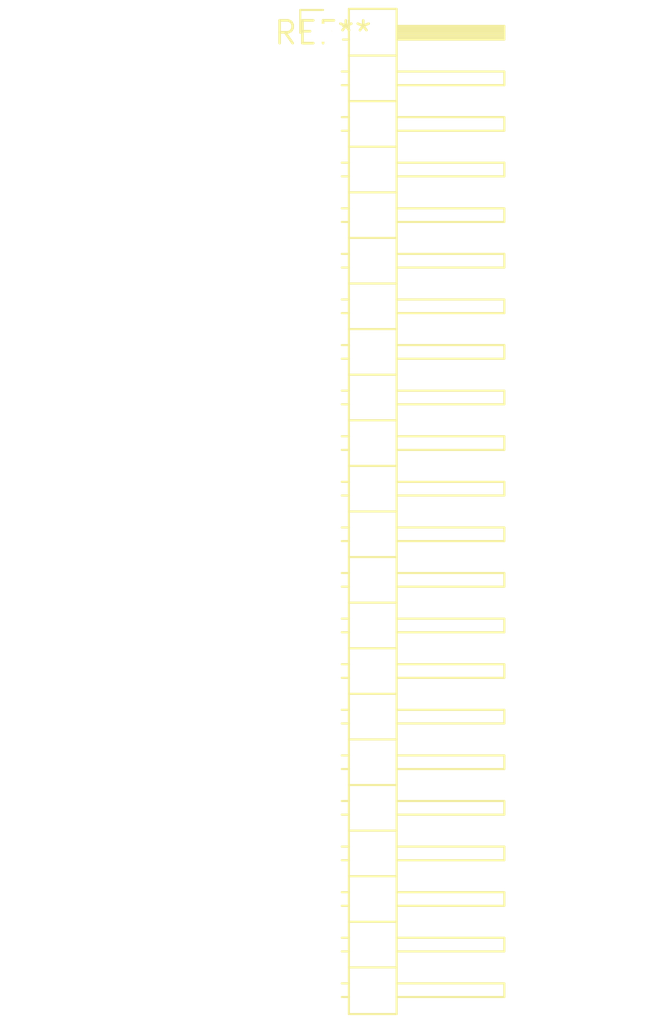
<source format=kicad_pcb>
(kicad_pcb (version 20240108) (generator pcbnew)
  (layers (0 "F.Cu" signal) (31 "B.Cu" signal) (34 "B.Paste" user) (35 "F.Paste" user) (36 "B.SilkS" user "B.Silkscreen") (37 "F.SilkS" user "F.Silkscreen") (38 "B.Mask" user) (39 "F.Mask" user) (44 "Edge.Cuts" user))
  (net 0 "")
  (footprint "PinHeader_1x22_P2.54mm_Horizontal" (layer "F.Cu") (at 0 0)
    (property "Reference" "REF**")
    (property "Value" "PinHeader_1x22_P2.54mm_Horizontal")
    (fp_line (start -1.27 -1.27) (end 0 -1.27) (layer "F.SilkS") (stroke (width 0.12)))
    (fp_line (start -1.27 0) (end -1.27 -1.27) (layer "F.SilkS") (stroke (width 0.12)))
    (fp_line (start 1.042929 2.16) (end 1.44 2.16) (layer "F.SilkS") (stroke (width 0.12)))
    (fp_line (start 1.042929 2.92) (end 1.44 2.92) (layer "F.SilkS") (stroke (width 0.12)))
    (fp_line (start 1.042929 4.7) (end 1.44 4.7) (layer "F.SilkS") (stroke (width 0.12)))
    (fp_line (start 1.042929 5.46) (end 1.44 5.46) (layer "F.SilkS") (stroke (width 0.12)))
    (fp_line (start 1.042929 7.24) (end 1.44 7.24) (layer "F.SilkS") (stroke (width 0.12)))
    (fp_line (start 1.042929 8) (end 1.44 8) (layer "F.SilkS") (stroke (width 0.12)))
    (fp_line (start 1.042929 9.78) (end 1.44 9.78) (layer "F.SilkS") (stroke (width 0.12)))
    (fp_line (start 1.042929 10.54) (end 1.44 10.54) (layer "F.SilkS") (stroke (width 0.12)))
    (fp_line (start 1.042929 12.32) (end 1.44 12.32) (layer "F.SilkS") (stroke (width 0.12)))
    (fp_line (start 1.042929 13.08) (end 1.44 13.08) (layer "F.SilkS") (stroke (width 0.12)))
    (fp_line (start 1.042929 14.86) (end 1.44 14.86) (layer "F.SilkS") (stroke (width 0.12)))
    (fp_line (start 1.042929 15.62) (end 1.44 15.62) (layer "F.SilkS") (stroke (width 0.12)))
    (fp_line (start 1.042929 17.4) (end 1.44 17.4) (layer "F.SilkS") (stroke (width 0.12)))
    (fp_line (start 1.042929 18.16) (end 1.44 18.16) (layer "F.SilkS") (stroke (width 0.12)))
    (fp_line (start 1.042929 19.94) (end 1.44 19.94) (layer "F.SilkS") (stroke (width 0.12)))
    (fp_line (start 1.042929 20.7) (end 1.44 20.7) (layer "F.SilkS") (stroke (width 0.12)))
    (fp_line (start 1.042929 22.48) (end 1.44 22.48) (layer "F.SilkS") (stroke (width 0.12)))
    (fp_line (start 1.042929 23.24) (end 1.44 23.24) (layer "F.SilkS") (stroke (width 0.12)))
    (fp_line (start 1.042929 25.02) (end 1.44 25.02) (layer "F.SilkS") (stroke (width 0.12)))
    (fp_line (start 1.042929 25.78) (end 1.44 25.78) (layer "F.SilkS") (stroke (width 0.12)))
    (fp_line (start 1.042929 27.56) (end 1.44 27.56) (layer "F.SilkS") (stroke (width 0.12)))
    (fp_line (start 1.042929 28.32) (end 1.44 28.32) (layer "F.SilkS") (stroke (width 0.12)))
    (fp_line (start 1.042929 30.1) (end 1.44 30.1) (layer "F.SilkS") (stroke (width 0.12)))
    (fp_line (start 1.042929 30.86) (end 1.44 30.86) (layer "F.SilkS") (stroke (width 0.12)))
    (fp_line (start 1.042929 32.64) (end 1.44 32.64) (layer "F.SilkS") (stroke (width 0.12)))
    (fp_line (start 1.042929 33.4) (end 1.44 33.4) (layer "F.SilkS") (stroke (width 0.12)))
    (fp_line (start 1.042929 35.18) (end 1.44 35.18) (layer "F.SilkS") (stroke (width 0.12)))
    (fp_line (start 1.042929 35.94) (end 1.44 35.94) (layer "F.SilkS") (stroke (width 0.12)))
    (fp_line (start 1.042929 37.72) (end 1.44 37.72) (layer "F.SilkS") (stroke (width 0.12)))
    (fp_line (start 1.042929 38.48) (end 1.44 38.48) (layer "F.SilkS") (stroke (width 0.12)))
    (fp_line (start 1.042929 40.26) (end 1.44 40.26) (layer "F.SilkS") (stroke (width 0.12)))
    (fp_line (start 1.042929 41.02) (end 1.44 41.02) (layer "F.SilkS") (stroke (width 0.12)))
    (fp_line (start 1.042929 42.8) (end 1.44 42.8) (layer "F.SilkS") (stroke (width 0.12)))
    (fp_line (start 1.042929 43.56) (end 1.44 43.56) (layer "F.SilkS") (stroke (width 0.12)))
    (fp_line (start 1.042929 45.34) (end 1.44 45.34) (layer "F.SilkS") (stroke (width 0.12)))
    (fp_line (start 1.042929 46.1) (end 1.44 46.1) (layer "F.SilkS") (stroke (width 0.12)))
    (fp_line (start 1.042929 47.88) (end 1.44 47.88) (layer "F.SilkS") (stroke (width 0.12)))
    (fp_line (start 1.042929 48.64) (end 1.44 48.64) (layer "F.SilkS") (stroke (width 0.12)))
    (fp_line (start 1.042929 50.42) (end 1.44 50.42) (layer "F.SilkS") (stroke (width 0.12)))
    (fp_line (start 1.042929 51.18) (end 1.44 51.18) (layer "F.SilkS") (stroke (width 0.12)))
    (fp_line (start 1.042929 52.96) (end 1.44 52.96) (layer "F.SilkS") (stroke (width 0.12)))
    (fp_line (start 1.042929 53.72) (end 1.44 53.72) (layer "F.SilkS") (stroke (width 0.12)))
    (fp_line (start 1.11 -0.38) (end 1.44 -0.38) (layer "F.SilkS") (stroke (width 0.12)))
    (fp_line (start 1.11 0.38) (end 1.44 0.38) (layer "F.SilkS") (stroke (width 0.12)))
    (fp_line (start 1.44 -1.33) (end 1.44 54.67) (layer "F.SilkS") (stroke (width 0.12)))
    (fp_line (start 1.44 1.27) (end 4.1 1.27) (layer "F.SilkS") (stroke (width 0.12)))
    (fp_line (start 1.44 3.81) (end 4.1 3.81) (layer "F.SilkS") (stroke (width 0.12)))
    (fp_line (start 1.44 6.35) (end 4.1 6.35) (layer "F.SilkS") (stroke (width 0.12)))
    (fp_line (start 1.44 8.89) (end 4.1 8.89) (layer "F.SilkS") (stroke (width 0.12)))
    (fp_line (start 1.44 11.43) (end 4.1 11.43) (layer "F.SilkS") (stroke (width 0.12)))
    (fp_line (start 1.44 13.97) (end 4.1 13.97) (layer "F.SilkS") (stroke (width 0.12)))
    (fp_line (start 1.44 16.51) (end 4.1 16.51) (layer "F.SilkS") (stroke (width 0.12)))
    (fp_line (start 1.44 19.05) (end 4.1 19.05) (layer "F.SilkS") (stroke (width 0.12)))
    (fp_line (start 1.44 21.59) (end 4.1 21.59) (layer "F.SilkS") (stroke (width 0.12)))
    (fp_line (start 1.44 24.13) (end 4.1 24.13) (layer "F.SilkS") (stroke (width 0.12)))
    (fp_line (start 1.44 26.67) (end 4.1 26.67) (layer "F.SilkS") (stroke (width 0.12)))
    (fp_line (start 1.44 29.21) (end 4.1 29.21) (layer "F.SilkS") (stroke (width 0.12)))
    (fp_line (start 1.44 31.75) (end 4.1 31.75) (layer "F.SilkS") (stroke (width 0.12)))
    (fp_line (start 1.44 34.29) (end 4.1 34.29) (layer "F.SilkS") (stroke (width 0.12)))
    (fp_line (start 1.44 36.83) (end 4.1 36.83) (layer "F.SilkS") (stroke (width 0.12)))
    (fp_line (start 1.44 39.37) (end 4.1 39.37) (layer "F.SilkS") (stroke (width 0.12)))
    (fp_line (start 1.44 41.91) (end 4.1 41.91) (layer "F.SilkS") (stroke (width 0.12)))
    (fp_line (start 1.44 44.45) (end 4.1 44.45) (layer "F.SilkS") (stroke (width 0.12)))
    (fp_line (start 1.44 46.99) (end 4.1 46.99) (layer "F.SilkS") (stroke (width 0.12)))
    (fp_line (start 1.44 49.53) (end 4.1 49.53) (layer "F.SilkS") (stroke (width 0.12)))
    (fp_line (start 1.44 52.07) (end 4.1 52.07) (layer "F.SilkS") (stroke (width 0.12)))
    (fp_line (start 1.44 54.67) (end 4.1 54.67) (layer "F.SilkS") (stroke (width 0.12)))
    (fp_line (start 4.1 -1.33) (end 1.44 -1.33) (layer "F.SilkS") (stroke (width 0.12)))
    (fp_line (start 4.1 -0.38) (end 10.1 -0.38) (layer "F.SilkS") (stroke (width 0.12)))
    (fp_line (start 4.1 -0.32) (end 10.1 -0.32) (layer "F.SilkS") (stroke (width 0.12)))
    (fp_line (start 4.1 -0.2) (end 10.1 -0.2) (layer "F.SilkS") (stroke (width 0.12)))
    (fp_line (start 4.1 -0.08) (end 10.1 -0.08) (layer "F.SilkS") (stroke (width 0.12)))
    (fp_line (start 4.1 0.04) (end 10.1 0.04) (layer "F.SilkS") (stroke (width 0.12)))
    (fp_line (start 4.1 0.16) (end 10.1 0.16) (layer "F.SilkS") (stroke (width 0.12)))
    (fp_line (start 4.1 0.28) (end 10.1 0.28) (layer "F.SilkS") (stroke (width 0.12)))
    (fp_line (start 4.1 2.16) (end 10.1 2.16) (layer "F.SilkS") (stroke (width 0.12)))
    (fp_line (start 4.1 4.7) (end 10.1 4.7) (layer "F.SilkS") (stroke (width 0.12)))
    (fp_line (start 4.1 7.24) (end 10.1 7.24) (layer "F.SilkS") (stroke (width 0.12)))
    (fp_line (start 4.1 9.78) (end 10.1 9.78) (layer "F.SilkS") (stroke (width 0.12)))
    (fp_line (start 4.1 12.32) (end 10.1 12.32) (layer "F.SilkS") (stroke (width 0.12)))
    (fp_line (start 4.1 14.86) (end 10.1 14.86) (layer "F.SilkS") (stroke (width 0.12)))
    (fp_line (start 4.1 17.4) (end 10.1 17.4) (layer "F.SilkS") (stroke (width 0.12)))
    (fp_line (start 4.1 19.94) (end 10.1 19.94) (layer "F.SilkS") (stroke (width 0.12)))
    (fp_line (start 4.1 22.48) (end 10.1 22.48) (layer "F.SilkS") (stroke (width 0.12)))
    (fp_line (start 4.1 25.02) (end 10.1 25.02) (layer "F.SilkS") (stroke (width 0.12)))
    (fp_line (start 4.1 27.56) (end 10.1 27.56) (layer "F.SilkS") (stroke (width 0.12)))
    (fp_line (start 4.1 30.1) (end 10.1 30.1) (layer "F.SilkS") (stroke (width 0.12)))
    (fp_line (start 4.1 32.64) (end 10.1 32.64) (layer "F.SilkS") (stroke (width 0.12)))
    (fp_line (start 4.1 35.18) (end 10.1 35.18) (layer "F.SilkS") (stroke (width 0.12)))
    (fp_line (start 4.1 37.72) (end 10.1 37.72) (layer "F.SilkS") (stroke (width 0.12)))
    (fp_line (start 4.1 40.26) (end 10.1 40.26) (layer "F.SilkS") (stroke (width 0.12)))
    (fp_line (start 4.1 42.8) (end 10.1 42.8) (layer "F.SilkS") (stroke (width 0.12)))
    (fp_line (start 4.1 45.34) (end 10.1 45.34) (layer "F.SilkS") (stroke (width 0.12)))
    (fp_line (start 4.1 47.88) (end 10.1 47.88) (layer "F.SilkS") (stroke (width 0.12)))
    (fp_line (start 4.1 50.42) (end 10.1 50.42) (layer "F.SilkS") (stroke (width 0.12)))
    (fp_line (start 4.1 52.96) (end 10.1 52.96) (layer "F.SilkS") (stroke (width 0.12)))
    (fp_line (start 4.1 54.67) (end 4.1 -1.33) (layer "F.SilkS") (stroke (width 0.12)))
    (fp_line (start 10.1 -0.38) (end 10.1 0.38) (layer "F.SilkS") (stroke (width 0.12)))
    (fp_line (start 10.1 0.38) (end 4.1 0.38) (layer "F.SilkS") (stroke (width 0.12)))
    (fp_line (start 10.1 2.16) (end 10.1 2.92) (layer "F.SilkS") (stroke (width 0.12)))
    (fp_line (start 10.1 2.92) (end 4.1 2.92) (layer "F.SilkS") (stroke (width 0.12)))
    (fp_line (start 10.1 4.7) (end 10.1 5.46) (layer "F.SilkS") (stroke (width 0.12)))
    (fp_line (start 10.1 5.46) (end 4.1 5.46) (layer "F.SilkS") (stroke (width 0.12)))
    (fp_line (start 10.1 7.24) (end 10.1 8) (layer "F.SilkS") (stroke (width 0.12)))
    (fp_line (start 10.1 8) (end 4.1 8) (layer "F.SilkS") (stroke (width 0.12)))
    (fp_line (start 10.1 9.78) (end 10.1 10.54) (layer "F.SilkS") (stroke (width 0.12)))
    (fp_line (start 10.1 10.54) (end 4.1 10.54) (layer "F.SilkS") (stroke (width 0.12)))
    (fp_line (start 10.1 12.32) (end 10.1 13.08) (layer "F.SilkS") (stroke (width 0.12)))
    (fp_line (start 10.1 13.08) (end 4.1 13.08) (layer "F.SilkS") (stroke (width 0.12)))
    (fp_line (start 10.1 14.86) (end 10.1 15.62) (layer "F.SilkS") (stroke (width 0.12)))
    (fp_line (start 10.1 15.62) (end 4.1 15.62) (layer "F.SilkS") (stroke (width 0.12)))
    (fp_line (start 10.1 17.4) (end 10.1 18.16) (layer "F.SilkS") (stroke (width 0.12)))
    (fp_line (start 10.1 18.16) (end 4.1 18.16) (layer "F.SilkS") (stroke (width 0.12)))
    (fp_line (start 10.1 19.94) (end 10.1 20.7) (layer "F.SilkS") (stroke (width 0.12)))
    (fp_line (start 10.1 20.7) (end 4.1 20.7) (layer "F.SilkS") (stroke (width 0.12)))
    (fp_line (start 10.1 22.48) (end 10.1 23.24) (layer "F.SilkS") (stroke (width 0.12)))
    (fp_line (start 10.1 23.24) (end 4.1 23.24) (layer "F.SilkS") (stroke (width 0.12)))
    (fp_line (start 10.1 25.02) (end 10.1 25.78) (layer "F.SilkS") (stroke (width 0.12)))
    (fp_line (start 10.1 25.78) (end 4.1 25.78) (layer "F.SilkS") (stroke (width 0.12)))
    (fp_line (start 10.1 27.56) (end 10.1 28.32) (layer "F.SilkS") (stroke (width 0.12)))
    (fp_line (start 10.1 28.32) (end 4.1 28.32) (layer "F.SilkS") (stroke (width 0.12)))
    (fp_line (start 10.1 30.1) (end 10.1 30.86) (layer "F.SilkS") (stroke (width 0.12)))
    (fp_line (start 10.1 30.86) (end 4.1 30.86) (layer "F.SilkS") (stroke (width 0.12)))
    (fp_line (start 10.1 32.64) (end 10.1 33.4) (layer "F.SilkS") (stroke (width 0.12)))
    (fp_line (start 10.1 33.4) (end 4.1 33.4) (layer "F.SilkS") (stroke (width 0.12)))
    (fp_line (start 10.1 35.18) (end 10.1 35.94) (layer "F.SilkS") (stroke (width 0.12)))
    (fp_line (start 10.1 35.94) (end 4.1 35.94) (layer "F.SilkS") (stroke (width 0.12)))
    (fp_line (start 10.1 37.72) (end 10.1 38.48) (layer "F.SilkS") (stroke (width 0.12)))
    (fp_line (start 10.1 38.48) (end 4.1 38.48) (layer "F.SilkS") (stroke (width 0.12)))
    (fp_line (start 10.1 40.26) (end 10.1 41.02) (layer "F.SilkS") (stroke (width 0.12)))
    (fp_line (start 10.1 41.02) (end 4.1 41.02) (layer "F.SilkS") (stroke (width 0.12)))
    (fp_line (start 10.1 42.8) (end 10.1 43.56) (layer "F.SilkS") (stroke (width 0.12)))
    (fp_line (start 10.1 43.56) (end 4.1 43.56) (layer "F.SilkS") (stroke (width 0.12)))
    (fp_line (start 10.1 45.34) (end 10.1 46.1) (layer "F.SilkS") (stroke (width 0.12)))
    (fp_line (start 10.1 46.1) (end 4.1 46.1) (layer "F.SilkS") (stroke (width 0.12)))
    (fp_line (start 10.1 47.88) (end 10.1 48.64) (layer "F.SilkS") (stroke (width 0.12)))
    (fp_line (start 10.1 48.64) (end 4.1 48.64) (layer "F.SilkS") (stroke (width 0.12)))
    (fp_line (start 10.1 50.42) (end 10.1 51.18) (layer "F.SilkS") (stroke (width 0.12)))
    (fp_line (start 10.1 51.18) (end 4.1 51.18) (layer "F.SilkS") (stroke (width 0.12)))
    (fp_line (start 10.1 52.96) (end 10.1 53.72) (layer "F.SilkS") (stroke (width 0.12)))
    (fp_line (start 10.1 53.72) (end 4.1 53.72) (layer "F.SilkS") (stroke (width 0.12)))
    (pad "1" thru_hole rect (at 0 0) (size 1.7 1.7) (drill 1) (layers *.Cu *.Mask) (remove_unused_layers))
    (pad "2" thru_hole oval (at 0 2.54) (size 1.7 1.7) (drill 1) (layers *.Cu *.Mask) (remove_unused_layers))
    (pad "3" thru_hole oval (at 0 5.08) (size 1.7 1.7) (drill 1) (layers *.Cu *.Mask) (remove_unused_layers))
    (pad "4" thru_hole oval (at 0 7.62) (size 1.7 1.7) (drill 1) (layers *.Cu *.Mask) (remove_unused_layers))
    (pad "5" thru_hole oval (at 0 10.16) (size 1.7 1.7) (drill 1) (layers *.Cu *.Mask) (remove_unused_layers))
    (pad "6" thru_hole oval (at 0 12.7) (size 1.7 1.7) (drill 1) (layers *.Cu *.Mask) (remove_unused_layers))
    (pad "7" thru_hole oval (at 0 15.24) (size 1.7 1.7) (drill 1) (layers *.Cu *.Mask) (remove_unused_layers))
    (pad "8" thru_hole oval (at 0 17.78) (size 1.7 1.7) (drill 1) (layers *.Cu *.Mask) (remove_unused_layers))
    (pad "9" thru_hole oval (at 0 20.32) (size 1.7 1.7) (drill 1) (layers *.Cu *.Mask) (remove_unused_layers))
    (pad "10" thru_hole oval (at 0 22.86) (size 1.7 1.7) (drill 1) (layers *.Cu *.Mask) (remove_unused_layers))
    (pad "11" thru_hole oval (at 0 25.4) (size 1.7 1.7) (drill 1) (layers *.Cu *.Mask) (remove_unused_layers))
    (pad "12" thru_hole oval (at 0 27.94) (size 1.7 1.7) (drill 1) (layers *.Cu *.Mask) (remove_unused_layers))
    (pad "13" thru_hole oval (at 0 30.48) (size 1.7 1.7) (drill 1) (layers *.Cu *.Mask) (remove_unused_layers))
    (pad "14" thru_hole oval (at 0 33.02) (size 1.7 1.7) (drill 1) (layers *.Cu *.Mask) (remove_unused_layers))
    (pad "15" thru_hole oval (at 0 35.56) (size 1.7 1.7) (drill 1) (layers *.Cu *.Mask) (remove_unused_layers))
    (pad "16" thru_hole oval (at 0 38.1) (size 1.7 1.7) (drill 1) (layers *.Cu *.Mask) (remove_unused_layers))
    (pad "17" thru_hole oval (at 0 40.64) (size 1.7 1.7) (drill 1) (layers *.Cu *.Mask) (remove_unused_layers))
    (pad "18" thru_hole oval (at 0 43.18) (size 1.7 1.7) (drill 1) (layers *.Cu *.Mask) (remove_unused_layers))
    (pad "19" thru_hole oval (at 0 45.72) (size 1.7 1.7) (drill 1) (layers *.Cu *.Mask) (remove_unused_layers))
    (pad "20" thru_hole oval (at 0 48.26) (size 1.7 1.7) (drill 1) (layers *.Cu *.Mask) (remove_unused_layers))
    (pad "21" thru_hole oval (at 0 50.8) (size 1.7 1.7) (drill 1) (layers *.Cu *.Mask) (remove_unused_layers))
    (pad "22" thru_hole oval (at 0 53.34) (size 1.7 1.7) (drill 1) (layers *.Cu *.Mask) (remove_unused_layers))
  )
)
</source>
